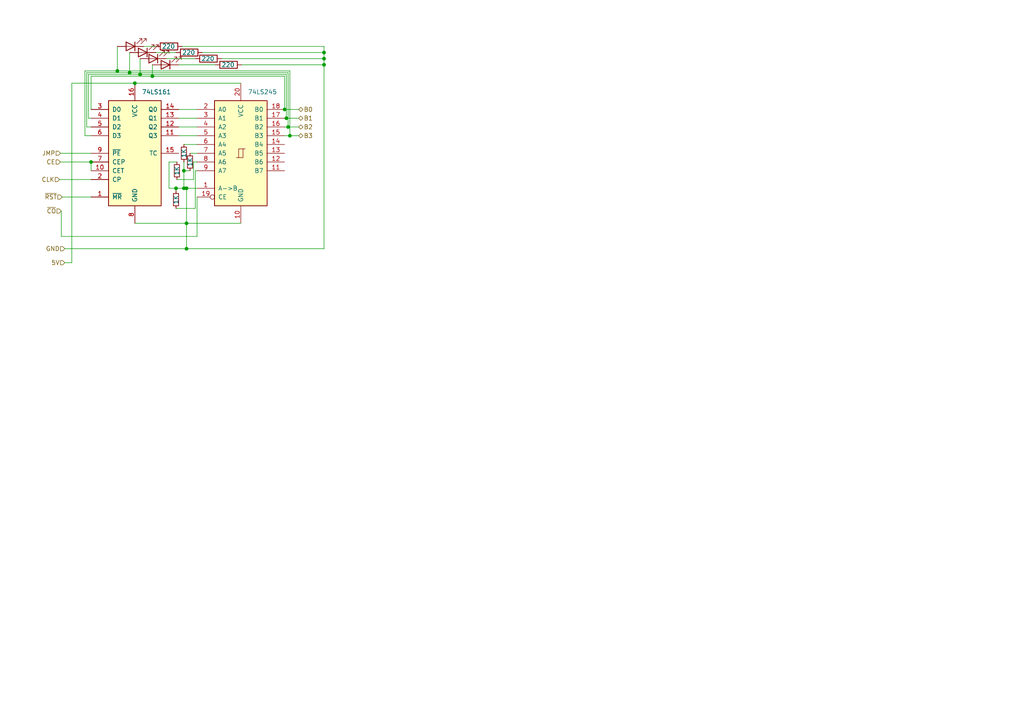
<source format=kicad_sch>
(kicad_sch (version 20211123) (generator eeschema)
  (paper "A4")
  (lib_symbols
    (symbol "74xx:74LS161" (pin_names (offset 1.016))
      (property "Reference" "U" (at -7.62 16.51 0))
      (property "Value" "74LS161" (at -7.62 -16.51 0))
      (symbol "74LS161_1_0"
        (pin input line (at -12.7 -12.7 0) (length 5.08) (name "~{MR}") (number "1"))
        (pin input line (at -12.7 -5.08 0) (length 5.08) (name "CET") (number "10"))
        (pin output line (at 12.7 5.08 180) (length 5.08) (name "Q3") (number "11"))
        (pin output line (at 12.7 7.62 180) (length 5.08) (name "Q2") (number "12"))
        (pin output line (at 12.7 10.16 180) (length 5.08) (name "Q1") (number "13"))
        (pin output line (at 12.7 12.7 180) (length 5.08) (name "Q0") (number "14"))
        (pin output line (at 12.7 0 180) (length 5.08) (name "TC") (number "15"))
        (pin power_in line (at 0 20.32 270) (length 5.08) (name "VCC") (number "16"))
        (pin input line (at -12.7 -7.62 0) (length 5.08) (name "CP") (number "2"))
        (pin input line (at -12.7 12.7 0) (length 5.08) (name "D0") (number "3"))
        (pin input line (at -12.7 10.16 0) (length 5.08) (name "D1") (number "4"))
        (pin input line (at -12.7 7.62 0) (length 5.08) (name "D2") (number "5"))
        (pin input line (at -12.7 5.08 0) (length 5.08) (name "D3") (number "6"))
        (pin input line (at -12.7 -2.54 0) (length 5.08) (name "CEP") (number "7"))
        (pin power_in line (at 0 -20.32 90) (length 5.08) (name "GND") (number "8"))
        (pin input line (at -12.7 0 0) (length 5.08) (name "~{PE}") (number "9"))
      )
      (symbol "74LS161_1_1"
        (rectangle (start -7.62 15.24) (end 7.62 -15.24) (stroke (width 0.254)) (fill (type background)))
      )
    )
    (symbol "74xx:74LS245" (pin_names (offset 1.016))
      (property "Reference" "U" (at -7.62 16.51 0))
      (property "Value" "74LS245" (at -7.62 -16.51 0))
      (symbol "74LS245_1_0"
        (polyline (pts (xy -0.635 -1.27) (xy -0.635 1.27) (xy 0.635 1.27)))
        (polyline (pts (xy -1.27 -1.27) (xy 0.635 -1.27) (xy 0.635 1.27) (xy 1.27 1.27)))
        (pin input line (at -12.7 -10.16 0) (length 5.08) (name "A->B") (number "1"))
        (pin power_in line (at 0 -20.32 90) (length 5.08) (name "GND") (number "10"))
        (pin tri_state line (at 12.7 -5.08 180) (length 5.08) (name "B7") (number "11"))
        (pin tri_state line (at 12.7 -2.54 180) (length 5.08) (name "B6") (number "12"))
        (pin tri_state line (at 12.7 0 180) (length 5.08) (name "B5") (number "13"))
        (pin tri_state line (at 12.7 2.54 180) (length 5.08) (name "B4") (number "14"))
        (pin tri_state line (at 12.7 5.08 180) (length 5.08) (name "B3") (number "15"))
        (pin tri_state line (at 12.7 7.62 180) (length 5.08) (name "B2") (number "16"))
        (pin tri_state line (at 12.7 10.16 180) (length 5.08) (name "B1") (number "17"))
        (pin tri_state line (at 12.7 12.7 180) (length 5.08) (name "B0") (number "18"))
        (pin input inverted (at -12.7 -12.7 0) (length 5.08) (name "CE") (number "19"))
        (pin tri_state line (at -12.7 12.7 0) (length 5.08) (name "A0") (number "2"))
        (pin power_in line (at 0 20.32 270) (length 5.08) (name "VCC") (number "20"))
        (pin tri_state line (at -12.7 10.16 0) (length 5.08) (name "A1") (number "3"))
        (pin tri_state line (at -12.7 7.62 0) (length 5.08) (name "A2") (number "4"))
        (pin tri_state line (at -12.7 5.08 0) (length 5.08) (name "A3") (number "5"))
        (pin tri_state line (at -12.7 2.54 0) (length 5.08) (name "A4") (number "6"))
        (pin tri_state line (at -12.7 0 0) (length 5.08) (name "A5") (number "7"))
        (pin tri_state line (at -12.7 -2.54 0) (length 5.08) (name "A6") (number "8"))
        (pin tri_state line (at -12.7 -5.08 0) (length 5.08) (name "A7") (number "9"))
      )
      (symbol "74LS245_1_1"
        (rectangle (start -7.62 15.24) (end 7.62 -15.24) (stroke (width 0.254)) (fill (type background)))
      )
    )
    (symbol "Device:LED" (pin_numbers hide) (pin_names (offset 1.016) hide)
      (property "Reference" "D" (at 0 2.54 0))
      (property "Value" "LED" (at 0 -2.54 0))
      (symbol "LED_0_1"
        (polyline (pts (xy -1.27 -1.27) (xy -1.27 1.27)) (stroke (width 0.254)))
        (polyline (pts (xy -1.27 0) (xy 1.27 0)))
        (polyline (pts (xy 1.27 -1.27) (xy 1.27 1.27) (xy -1.27 0) (xy 1.27 -1.27)) (stroke (width 0.254)))
        (polyline (pts (xy -3.048 -0.762) (xy -4.572 -2.286) (xy -3.81 -2.286) (xy -4.572 -2.286) (xy -4.572 -1.524)))
        (polyline (pts (xy -1.778 -0.762) (xy -3.302 -2.286) (xy -2.54 -2.286) (xy -3.302 -2.286) (xy -3.302 -1.524)))
      )
      (symbol "LED_1_1"
        (pin passive line (at -3.81 0 0) (length 2.54) (name "K") (number "1"))
        (pin passive line (at 3.81 0 180) (length 2.54) (name "A") (number "2"))
      )
    )
    (symbol "Device:R" (pin_numbers hide) (pin_names (offset 0))
      (property "Reference" "R" (at 2.032 0 90))
      (property "Value" "R" (at 0 0 90))
      (symbol "R_0_1"
        (rectangle (start -1.016 -2.54) (end 1.016 2.54) (stroke (width 0.254)))
      )
      (symbol "R_1_1"
        (pin passive line (at 0 3.81 270) (length 1.27) (name "~") (number "1"))
        (pin passive line (at 0 -3.81 90) (length 1.27) (name "~") (number "2"))
      )
    )
    (symbol "Device:R_Small" (pin_numbers hide) (pin_names (offset 0.254) hide)
      (property "Reference" "R" (at 0.762 0.508 0))
      (property "Value" "R_Small" (at 0.762 -1.016 0))
      (symbol "R_Small_0_1"
        (rectangle (start -0.762 1.778) (end 0.762 -1.778) (stroke (width 0.2032)))
      )
      (symbol "R_Small_1_1"
        (pin passive line (at 0 2.54 270) (length 0.762) (name "~") (number "1"))
        (pin passive line (at 0 -2.54 90) (length 0.762) (name "~") (number "2"))
      )
    )
  )
  (junction (at 44.196 22.098))
  (junction (at 82.55 31.75))
  (junction (at 83.058 34.29))
  (junction (at 34.036 20.574))
  (junction (at 54.102 54.61))
  (junction (at 54.102 64.77))
  (junction (at 51.054 54.61))
  (junction (at 37.592 21.082))
  (junction (at 93.98 15.24))
  (junction (at 26.416 46.99))
  (junction (at 39.116 24.13))
  (junction (at 83.566 36.83))
  (junction (at 53.34 49.53))
  (junction (at 93.98 17.018))
  (junction (at 84.074 39.37))
  (junction (at 53.34 54.61))
  (junction (at 54.102 72.136))
  (junction (at 40.64 21.59))
  (junction (at 93.98 18.796))
  (wire (pts (xy 82.55 36.83) (xy 83.566 36.83)))
  (wire (pts (xy 20.828 24.13) (xy 20.828 76.2)))
  (wire (pts (xy 54.102 54.61) (xy 57.15 54.61)))
  (wire (pts (xy 34.036 20.574) (xy 84.074 20.574)))
  (wire (pts (xy 24.638 39.37) (xy 24.638 20.574)))
  (wire (pts (xy 55.118 44.45) (xy 57.15 44.45)))
  (wire (pts (xy 58.674 15.24) (xy 93.98 15.24)))
  (wire (pts (xy 84.074 20.574) (xy 84.074 39.37)))
  (wire (pts (xy 26.416 46.99) (xy 26.416 49.53)))
  (wire (pts (xy 18.034 57.15) (xy 26.416 57.15)))
  (wire (pts (xy 51.054 54.61) (xy 51.054 55.372)))
  (wire (pts (xy 83.566 36.83) (xy 86.614 36.83)))
  (wire (pts (xy 56.134 52.07) (xy 56.134 46.99)))
  (wire (pts (xy 34.036 13.462) (xy 34.036 20.574)))
  (wire (pts (xy 37.592 21.082) (xy 25.146 21.082)))
  (wire (pts (xy 53.34 49.53) (xy 55.118 49.53)))
  (wire (pts (xy 51.816 34.29) (xy 57.15 34.29)))
  (wire (pts (xy 26.416 34.29) (xy 25.654 34.29)))
  (wire (pts (xy 45.212 15.24) (xy 51.054 15.24)))
  (wire (pts (xy 41.656 13.462) (xy 45.212 13.462)))
  (wire (pts (xy 54.102 64.77) (xy 54.102 72.136)))
  (wire (pts (xy 49.022 54.61) (xy 51.054 54.61)))
  (wire (pts (xy 37.592 15.24) (xy 37.592 21.082)))
  (wire (pts (xy 54.102 72.136) (xy 93.98 72.136)))
  (wire (pts (xy 56.134 46.99) (xy 57.15 46.99)))
  (wire (pts (xy 56.642 49.53) (xy 57.15 49.53)))
  (wire (pts (xy 49.022 46.99) (xy 49.022 54.61)))
  (wire (pts (xy 51.054 54.61) (xy 53.34 54.61)))
  (wire (pts (xy 54.102 54.61) (xy 54.102 64.77)))
  (wire (pts (xy 48.26 17.018) (xy 56.642 17.018)))
  (wire (pts (xy 24.638 20.574) (xy 34.036 20.574)))
  (wire (pts (xy 53.34 49.53) (xy 53.34 54.61)))
  (wire (pts (xy 25.654 21.59) (xy 40.64 21.59)))
  (wire (pts (xy 51.308 52.07) (xy 56.134 52.07)))
  (wire (pts (xy 18.796 76.2) (xy 20.828 76.2)))
  (wire (pts (xy 44.196 22.098) (xy 26.416 22.098)))
  (wire (pts (xy 51.816 36.83) (xy 57.15 36.83)))
  (wire (pts (xy 17.526 44.45) (xy 26.416 44.45)))
  (wire (pts (xy 25.654 34.29) (xy 25.654 21.59)))
  (wire (pts (xy 40.64 21.59) (xy 83.058 21.59)))
  (wire (pts (xy 44.196 18.796) (xy 44.196 22.098)))
  (wire (pts (xy 83.058 34.29) (xy 82.55 34.29)))
  (wire (pts (xy 26.416 39.37) (xy 24.638 39.37)))
  (wire (pts (xy 93.98 13.462) (xy 93.98 15.24)))
  (wire (pts (xy 93.98 72.136) (xy 93.98 18.796)))
  (wire (pts (xy 83.058 21.59) (xy 83.058 34.29)))
  (wire (pts (xy 18.796 72.136) (xy 54.102 72.136)))
  (wire (pts (xy 17.272 52.07) (xy 26.416 52.07)))
  (wire (pts (xy 56.642 60.452) (xy 56.642 49.53)))
  (wire (pts (xy 82.55 31.75) (xy 82.55 22.098)))
  (wire (pts (xy 93.98 17.018) (xy 64.262 17.018)))
  (wire (pts (xy 26.416 22.098) (xy 26.416 31.75)))
  (wire (pts (xy 17.526 46.99) (xy 26.416 46.99)))
  (wire (pts (xy 25.146 21.082) (xy 25.146 36.83)))
  (wire (pts (xy 51.308 46.99) (xy 49.022 46.99)))
  (wire (pts (xy 39.116 24.13) (xy 69.85 24.13)))
  (wire (pts (xy 39.116 64.77) (xy 54.102 64.77)))
  (wire (pts (xy 93.98 18.796) (xy 70.104 18.796)))
  (wire (pts (xy 82.55 31.75) (xy 86.614 31.75)))
  (wire (pts (xy 51.816 18.796) (xy 62.484 18.796)))
  (wire (pts (xy 93.98 15.24) (xy 93.98 17.018)))
  (wire (pts (xy 25.146 36.83) (xy 26.416 36.83)))
  (wire (pts (xy 53.34 41.91) (xy 57.15 41.91)))
  (wire (pts (xy 84.074 39.37) (xy 86.614 39.37)))
  (wire (pts (xy 53.34 46.99) (xy 53.34 49.53)))
  (wire (pts (xy 52.832 13.462) (xy 93.98 13.462)))
  (wire (pts (xy 54.102 64.77) (xy 69.85 64.77)))
  (wire (pts (xy 84.074 39.37) (xy 82.55 39.37)))
  (wire (pts (xy 93.98 18.796) (xy 93.98 17.018)))
  (wire (pts (xy 83.566 21.082) (xy 37.592 21.082)))
  (wire (pts (xy 17.78 61.214) (xy 17.78 68.58)))
  (wire (pts (xy 51.816 39.37) (xy 57.15 39.37)))
  (wire (pts (xy 51.816 31.75) (xy 57.15 31.75)))
  (wire (pts (xy 17.78 68.58) (xy 57.15 68.58)))
  (wire (pts (xy 57.15 68.58) (xy 57.15 57.15)))
  (wire (pts (xy 82.55 22.098) (xy 44.196 22.098)))
  (wire (pts (xy 40.64 17.018) (xy 40.64 21.59)))
  (wire (pts (xy 39.116 24.13) (xy 20.828 24.13)))
  (wire (pts (xy 83.058 34.29) (xy 86.614 34.29)))
  (wire (pts (xy 83.566 36.83) (xy 83.566 21.082)))
  (wire (pts (xy 53.34 54.61) (xy 54.102 54.61)))
  (wire (pts (xy 51.054 60.452) (xy 56.642 60.452)))
  (hierarchical_label "JMP" (shape input) (at 17.526 44.45 180))
  (hierarchical_label "CE" (shape input) (at 17.526 46.99 180))
  (hierarchical_label "GND" (shape input) (at 18.796 72.136 180))
  (hierarchical_label "CLK" (shape input) (at 17.272 52.07 180))
  (hierarchical_label "~{CO}" (shape input) (at 17.78 61.214 180))
  (hierarchical_label "~{RST}" (shape input) (at 18.034 57.15 180))
  (hierarchical_label "5V" (shape input) (at 18.796 76.2 180))
  (hierarchical_label "B3" (shape bidirectional) (at 86.614 39.37 0))
  (hierarchical_label "B2" (shape bidirectional) (at 86.614 36.83 0))
  (hierarchical_label "B1" (shape bidirectional) (at 86.614 34.29 0))
  (hierarchical_label "B0" (shape bidirectional) (at 86.614 31.75 0))
  (symbol (lib_id "Device:R") (at 66.294 18.796 90) (unit 1)
    (property "Reference" "R?" (effects hide))
    (property "Value" "220" (at 68.072 18.796 90) (effects (justify left)))
  )
  (symbol (lib_id "Device:R") (at 49.022 13.462 90) (unit 1)
    (property "Reference" "R?" (effects hide))
    (property "Value" "220" (at 50.8 13.462 90) (effects (justify left)))
  )
  (symbol (lib_id "Device:LED") (at 37.846 13.462 180) (unit 1)
    (property "Reference" "D?" (effects hide))
    (property "Value" "Yellow LED" (effects hide))
  )
  (symbol (lib_id "Device:R_Small") (at 53.34 44.45 180) (unit 1)
    (property "Reference" "R?" (effects hide))
    (property "Value" "1K" (at 53.34 44.45 90))
  )
  (symbol (lib_id "Device:R_Small") (at 51.054 57.912 180) (unit 1)
    (property "Reference" "R?" (effects hide))
    (property "Value" "1K" (at 51.054 57.912 90))
  )
  (symbol (lib_id "Device:R_Small") (at 51.308 49.53 180) (unit 1)
    (property "Reference" "R?" (effects hide))
    (property "Value" "1K" (at 51.308 49.53 90))
  )
  (symbol (lib_id "74xx:74LS245") (at 69.85 44.45 0) (unit 1)
    (property "Reference" "U?" (effects hide))
    (property "Value" "74LS245" (at 71.8694 26.67 0) (effects (justify left)))
    (property "Datasheet" "http://www.ti.com/lit/gpn/sn74LS245" (effects hide))
  )
  (symbol (lib_id "74xx:74LS161") (at 39.116 44.45 0) (unit 1)
    (property "Reference" "U?" (effects hide))
    (property "Value" "74LS161" (at 41.1354 26.67 0) (effects (justify left)))
    (property "Datasheet" "http://www.ti.com/lit/gpn/sn74LS161" (effects hide))
  )
  (symbol (lib_id "Device:R") (at 60.452 17.018 90) (unit 1)
    (property "Reference" "R?" (effects hide))
    (property "Value" "220" (at 62.23 17.018 90) (effects (justify left)))
  )
  (symbol (lib_id "Device:R") (at 54.864 15.24 90) (unit 1)
    (property "Reference" "R?" (effects hide))
    (property "Value" "220" (at 56.642 15.24 90) (effects (justify left)))
  )
  (symbol (lib_id "Device:R_Small") (at 55.118 46.99 180) (unit 1)
    (property "Reference" "R?" (effects hide))
    (property "Value" "1K" (at 55.118 46.99 90))
  )
  (symbol (lib_id "Device:LED") (at 41.402 15.24 180) (unit 1)
    (property "Reference" "D?" (effects hide))
    (property "Value" "Yellow LED" (effects hide))
  )
  (symbol (lib_id "Device:LED") (at 48.006 18.796 180) (unit 1)
    (property "Reference" "D?" (effects hide))
    (property "Value" "Yellow LED" (effects hide))
  )
  (symbol (lib_id "Device:LED") (at 44.45 17.018 180) (unit 1)
    (property "Reference" "D?" (effects hide))
    (property "Value" "Yellow LED" (effects hide))
  )
)
</source>
